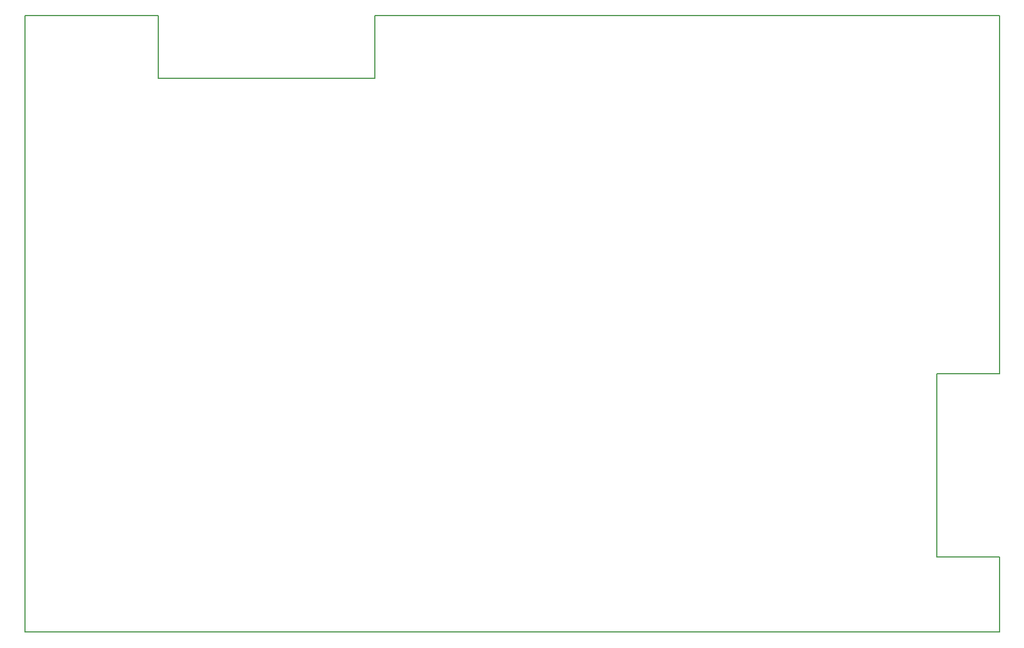
<source format=gbr>
G04 #@! TF.FileFunction,Profile,NP*
%FSLAX46Y46*%
G04 Gerber Fmt 4.6, Leading zero omitted, Abs format (unit mm)*
G04 Created by KiCad (PCBNEW 4.0.3-stable) date 05/01/17 14:31:29*
%MOMM*%
%LPD*%
G01*
G04 APERTURE LIST*
%ADD10C,0.100000*%
%ADD11C,0.150000*%
G04 APERTURE END LIST*
D10*
D11*
X34290000Y-21590000D02*
X36830000Y-21590000D01*
X36830000Y-115570000D02*
X34290000Y-115570000D01*
X182880000Y-76200000D02*
X182880000Y-21590000D01*
X182880000Y-104140000D02*
X182880000Y-115570000D01*
X173355000Y-76200000D02*
X182880000Y-76200000D01*
X173355000Y-104140000D02*
X173355000Y-76200000D01*
X182880000Y-104140000D02*
X173355000Y-104140000D01*
X36830000Y-115570000D02*
X182880000Y-115570000D01*
X34290000Y-21590000D02*
X34290000Y-115570000D01*
X54610000Y-21590000D02*
X36830000Y-21590000D01*
X54610000Y-31115000D02*
X54610000Y-21590000D01*
X87630000Y-31115000D02*
X54610000Y-31115000D01*
X87630000Y-21590000D02*
X87630000Y-31115000D01*
X182880000Y-21590000D02*
X87630000Y-21590000D01*
M02*

</source>
